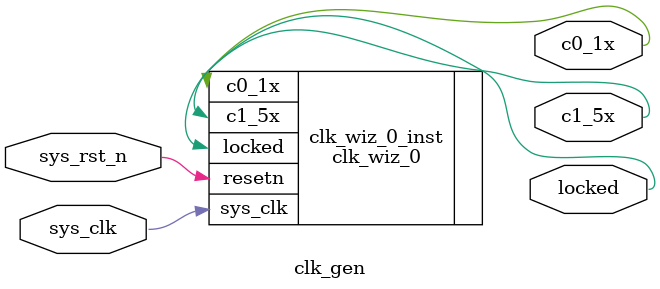
<source format=v>
module clk_gen (
    input  sys_clk,
    input  sys_rst_n,
    output c0_1x,
    output c1_5x,
    output locked
);

clk_wiz_0 clk_wiz_0_inst
 (
  // Clock out ports
  .c0_1x(c0_1x),     // output c0_1x
  .c1_5x(c1_5x),     // output c1_5x
  // Status and control signals
  .resetn(sys_rst_n), // input resetn
  .locked(locked),       // output locked
 // Clock in ports
  .sys_clk(sys_clk));      // input sys_clk


endmodule

</source>
